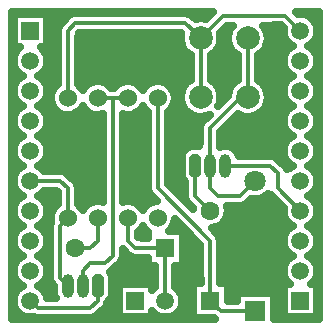
<source format=gbr>
G04 DipTrace 2.4.0.2*
%INTop.gbr*%
%MOIN*%
%ADD13C,0.013*%
%ADD14C,0.025*%
%ADD15R,0.0591X0.0591*%
%ADD16C,0.0591*%
%ADD17C,0.063*%
%ADD18R,0.063X0.063*%
%ADD19R,0.0709X0.0709*%
%ADD20C,0.0709*%
%ADD22C,0.079*%
%ADD23O,0.0394X0.0787*%
%ADD24C,0.06*%
%ADD25C,0.06*%
%FSLAX44Y44*%
G04*
G70*
G90*
G75*
G01*
%LNTop*%
%LPD*%
X9440Y4940D2*
D13*
Y6690D1*
X8190Y7690D2*
Y6940D1*
X8440Y6690D1*
X9440D1*
X6190Y7690D2*
X5940Y7440D1*
Y5690D1*
X6190Y5440D1*
Y7690D2*
Y8690D1*
X5940Y8940D1*
X4940D1*
X7190Y5440D2*
Y4940D1*
X6940Y4690D1*
X5190D1*
X4940Y4940D1*
X10940Y7940D2*
X10440Y8440D1*
Y9440D1*
X11440D2*
X12940D1*
X13190Y9190D1*
Y8690D1*
X13940Y7940D1*
Y13940D2*
X13440Y14440D1*
X11367D1*
X10613Y13686D1*
X10615Y11721D2*
Y13683D1*
X10613Y13686D1*
X6190Y11690D2*
Y13940D1*
X6440Y14190D1*
X10108D1*
X10613Y13686D1*
X12190Y11721D2*
X11971D1*
X10940Y10690D1*
Y9440D1*
X12440Y8940D2*
X11940Y8440D1*
X11190D1*
X10940Y8690D1*
Y9440D1*
X12190Y13690D2*
Y11721D1*
X12440Y4590D2*
X11290D1*
X10940Y4940D1*
Y6940D1*
X9190Y8690D1*
Y11690D1*
X8190D2*
X7690D1*
X7190D1*
X6690Y5440D2*
Y5940D1*
X6940Y6190D1*
X7440D1*
X7690Y6440D1*
Y11690D1*
X6440Y6690D2*
X6940D1*
X7190Y6940D1*
Y7690D1*
X5526Y14316D2*
D14*
X6073D1*
X14381D2*
X14540D1*
X5526Y14068D2*
X5862D1*
X11486D2*
X11626D1*
X12756D2*
X13319D1*
X5526Y13819D2*
X5835D1*
X6561D2*
X9940D1*
X11283D2*
X11519D1*
X12861D2*
X13366D1*
X5526Y13570D2*
X5835D1*
X6545D2*
X9936D1*
X11287D2*
X11515D1*
X12865D2*
X13495D1*
X14385D2*
X14540D1*
X4340Y13322D2*
X4507D1*
X5373D2*
X5835D1*
X6545D2*
X10038D1*
X11190D2*
X11616D1*
X12764D2*
X13507D1*
X14373D2*
X14540D1*
X5510Y13073D2*
X5835D1*
X6545D2*
X10261D1*
X10971D2*
X11835D1*
X12545D2*
X13370D1*
X5514Y12824D2*
X5835D1*
X6545D2*
X10261D1*
X10971D2*
X11835D1*
X12545D2*
X13366D1*
X4340Y12575D2*
X4491D1*
X5389D2*
X5835D1*
X6545D2*
X10261D1*
X10971D2*
X11835D1*
X12545D2*
X13491D1*
X14389D2*
X14540D1*
X4340Y12327D2*
X4511D1*
X5369D2*
X5835D1*
X6545D2*
X10261D1*
X10971D2*
X11835D1*
X12545D2*
X13511D1*
X14369D2*
X14540D1*
X5506Y12078D2*
X5753D1*
X6627D2*
X6753D1*
X7627D2*
X7753D1*
X8627D2*
X8753D1*
X9627D2*
X10034D1*
X11194D2*
X11608D1*
X12772D2*
X13374D1*
X5514Y11829D2*
X5618D1*
X9764D2*
X9940D1*
X11291D2*
X11515D1*
X12865D2*
X13366D1*
X4340Y11581D2*
X4483D1*
X5397D2*
X5612D1*
X9768D2*
X9944D1*
X12861D2*
X13483D1*
X14397D2*
X14540D1*
X4340Y11332D2*
X4515D1*
X5365D2*
X5729D1*
X6651D2*
X6728D1*
X8651D2*
X8728D1*
X9651D2*
X10058D1*
X12748D2*
X13515D1*
X14365D2*
X14540D1*
X5506Y11083D2*
X7335D1*
X8045D2*
X8835D1*
X9545D2*
X10421D1*
X11826D2*
X11995D1*
X12385D2*
X13374D1*
X5514Y10835D2*
X7335D1*
X8045D2*
X8835D1*
X9545D2*
X10620D1*
X11576D2*
X13366D1*
X4340Y10586D2*
X4479D1*
X5401D2*
X7335D1*
X8045D2*
X8835D1*
X9545D2*
X10585D1*
X11326D2*
X13479D1*
X14401D2*
X14540D1*
X4340Y10337D2*
X4519D1*
X5361D2*
X7335D1*
X8045D2*
X8835D1*
X9545D2*
X10585D1*
X11295D2*
X13519D1*
X14361D2*
X14540D1*
X5506Y10089D2*
X7335D1*
X8045D2*
X8835D1*
X9545D2*
X10245D1*
X11559D2*
X13374D1*
X5518Y9840D2*
X7335D1*
X8045D2*
X8835D1*
X9545D2*
X9976D1*
X11881D2*
X13362D1*
X4340Y9591D2*
X4476D1*
X5404D2*
X7335D1*
X8045D2*
X8835D1*
X9545D2*
X9952D1*
X13279D2*
X13476D1*
X14404D2*
X14540D1*
X4340Y9343D2*
X4526D1*
X5354D2*
X7335D1*
X8045D2*
X8835D1*
X9545D2*
X9952D1*
X14354D2*
X14540D1*
X6279Y9094D2*
X7335D1*
X8045D2*
X8835D1*
X9545D2*
X9960D1*
X6506Y8845D2*
X7335D1*
X8045D2*
X8835D1*
X9545D2*
X10085D1*
X4340Y8596D2*
X4472D1*
X5408D2*
X5792D1*
X6545D2*
X7335D1*
X8045D2*
X8851D1*
X9776D2*
X10085D1*
X14408D2*
X14540D1*
X4340Y8348D2*
X4530D1*
X5350D2*
X5835D1*
X6545D2*
X7335D1*
X8045D2*
X9042D1*
X12647D2*
X13042D1*
X14350D2*
X14540D1*
X5502Y8099D2*
X5776D1*
X6604D2*
X6779D1*
X8604D2*
X8779D1*
X11522D2*
X13288D1*
X5518Y7850D2*
X5625D1*
X11537D2*
X13362D1*
X4340Y7602D2*
X4468D1*
X5412D2*
X5608D1*
X11436D2*
X13468D1*
X14412D2*
X14540D1*
X4340Y7353D2*
X4538D1*
X5342D2*
X5585D1*
X9670D2*
X10034D1*
X11018D2*
X13538D1*
X14342D2*
X14540D1*
X5502Y7104D2*
X5588D1*
X8545D2*
X8835D1*
X10045D2*
X10284D1*
X11252D2*
X13378D1*
X10045Y6856D2*
X10534D1*
X11295D2*
X13362D1*
X4340Y6607D2*
X4464D1*
X5416D2*
X5585D1*
X10045D2*
X10585D1*
X11295D2*
X13464D1*
X14416D2*
X14540D1*
X4340Y6358D2*
X4542D1*
X5338D2*
X5585D1*
X8033D2*
X8835D1*
X10045D2*
X10585D1*
X11295D2*
X13542D1*
X14338D2*
X14540D1*
X5498Y6110D2*
X5587D1*
X7850D2*
X9085D1*
X9795D2*
X10585D1*
X11295D2*
X13382D1*
X7647Y5861D2*
X9085D1*
X9795D2*
X10585D1*
X11295D2*
X13362D1*
X4340Y5612D2*
X4460D1*
X5420D2*
X5593D1*
X7678D2*
X9085D1*
X9795D2*
X10585D1*
X11295D2*
X13460D1*
X14420D2*
X14540D1*
X4340Y5364D2*
X4550D1*
X5330D2*
X5702D1*
X7678D2*
X7854D1*
X9830D2*
X10335D1*
X11545D2*
X13354D1*
X5498Y5115D2*
X5722D1*
X7674D2*
X7854D1*
X9998D2*
X10335D1*
X11545D2*
X11796D1*
X13084D2*
X13354D1*
X7537Y4866D2*
X7854D1*
X10022D2*
X10335D1*
X13084D2*
X13354D1*
X4340Y4617D2*
X4456D1*
X7358D2*
X7854D1*
X9924D2*
X10335D1*
X13084D2*
X13354D1*
X4340Y4369D2*
X5089D1*
X7041D2*
X10335D1*
X13084D2*
X14540D1*
X8005Y5500D2*
X9000D1*
Y5285D1*
X9110Y5389D1*
Y6108D1*
X8860Y6110D1*
Y6364D1*
X8440Y6360D1*
X8318Y6383D1*
X8207Y6457D1*
X8018Y6645D1*
X8020Y6440D1*
X7997Y6318D1*
X7923Y6207D1*
X7670Y5955D1*
X7592Y5898D1*
X7627Y5847D1*
X7652Y5735D1*
Y5145D1*
X7626Y5031D1*
X7574Y4957D1*
X7519Y4902D1*
X7506Y4844D1*
X7448Y4734D1*
X7173Y4457D1*
X7070Y4387D1*
X6940Y4360D1*
X5190D1*
X5065Y4386D1*
X5090Y4376D1*
X5065Y4315D1*
X11108D1*
X11061Y4353D1*
X10895Y4360D1*
X10360D1*
Y5520D1*
X10614D1*
X10610Y5940D1*
Y6803D1*
X9754Y7660D1*
X9741Y7566D1*
X9701Y7448D1*
X9635Y7342D1*
X9567Y7272D1*
X10020Y7270D1*
Y6110D1*
X9766D1*
X9770Y5690D1*
X9776Y5389D1*
X9867Y5303D1*
X9936Y5200D1*
X9982Y5084D1*
X10000Y4940D1*
X9986Y4816D1*
X9945Y4698D1*
X9879Y4592D1*
X9792Y4504D1*
X9686Y4437D1*
X9569Y4395D1*
X9445Y4380D1*
X9321Y4393D1*
X9203Y4432D1*
X9096Y4497D1*
X9001Y4594D1*
X9000Y4380D1*
X7880D1*
Y5500D1*
X8005D1*
X11507Y7816D2*
X11467Y7698D1*
X11403Y7591D1*
X11317Y7500D1*
X11215Y7429D1*
X11099Y7382D1*
X10988Y7363D1*
X11173Y7173D1*
X11243Y7070D1*
X11270Y6940D1*
Y5522D1*
X11520Y5520D1*
Y4922D1*
X11818Y4920D1*
X11821Y5209D1*
X13059D1*
X13065Y4315D1*
X14565D1*
Y14565D1*
X13780D1*
X13853Y14494D1*
X13925Y14500D1*
X14049Y14490D1*
X14168Y14452D1*
X14276Y14389D1*
X14367Y14303D1*
X14436Y14200D1*
X14482Y14084D1*
X14500Y13940D1*
X14486Y13816D1*
X14445Y13698D1*
X14379Y13592D1*
X14292Y13504D1*
X14190Y13439D1*
X14276Y13389D1*
X14367Y13303D1*
X14436Y13200D1*
X14482Y13084D1*
X14500Y12940D1*
X14486Y12816D1*
X14445Y12698D1*
X14379Y12592D1*
X14292Y12504D1*
X14190Y12439D1*
X14276Y12389D1*
X14367Y12303D1*
X14436Y12200D1*
X14482Y12084D1*
X14500Y11940D1*
X14486Y11816D1*
X14445Y11698D1*
X14379Y11592D1*
X14292Y11504D1*
X14190Y11439D1*
X14276Y11389D1*
X14367Y11303D1*
X14436Y11200D1*
X14482Y11084D1*
X14500Y10940D1*
X14486Y10816D1*
X14445Y10698D1*
X14379Y10592D1*
X14292Y10504D1*
X14190Y10439D1*
X14276Y10389D1*
X14367Y10303D1*
X14436Y10200D1*
X14482Y10084D1*
X14500Y9940D1*
X14486Y9816D1*
X14445Y9698D1*
X14379Y9592D1*
X14292Y9504D1*
X14190Y9439D1*
X14276Y9389D1*
X14367Y9303D1*
X14436Y9200D1*
X14482Y9084D1*
X14500Y8940D1*
X14486Y8816D1*
X14445Y8698D1*
X14379Y8592D1*
X14292Y8504D1*
X14190Y8439D1*
X14276Y8389D1*
X14367Y8303D1*
X14436Y8200D1*
X14482Y8084D1*
X14500Y7940D1*
X14486Y7816D1*
X14445Y7698D1*
X14379Y7592D1*
X14292Y7504D1*
X14190Y7439D1*
X14276Y7389D1*
X14367Y7303D1*
X14436Y7200D1*
X14482Y7084D1*
X14500Y6940D1*
X14486Y6816D1*
X14445Y6698D1*
X14379Y6592D1*
X14292Y6504D1*
X14190Y6439D1*
X14276Y6389D1*
X14367Y6303D1*
X14436Y6200D1*
X14482Y6084D1*
X14500Y5940D1*
X14486Y5816D1*
X14445Y5698D1*
X14379Y5592D1*
X14288Y5502D1*
X14500Y5500D1*
Y4380D1*
X13380D1*
Y5500D1*
X13595D1*
X13507Y5584D1*
X13439Y5689D1*
X13396Y5806D1*
X13380Y5930D1*
X13391Y6054D1*
X13430Y6173D1*
X13494Y6280D1*
X13581Y6370D1*
X13688Y6440D1*
X13596Y6497D1*
X13507Y6584D1*
X13439Y6689D1*
X13396Y6806D1*
X13380Y6930D1*
X13391Y7054D1*
X13430Y7173D1*
X13494Y7280D1*
X13581Y7370D1*
X13688Y7440D1*
X13596Y7497D1*
X13507Y7584D1*
X13439Y7689D1*
X13396Y7806D1*
X13380Y7930D1*
X13389Y8027D1*
X12955Y8460D1*
X12868Y8493D1*
X12770Y8416D1*
X12658Y8360D1*
X12537Y8328D1*
X12413Y8321D1*
X12301Y8338D1*
X12173Y8207D1*
X12070Y8137D1*
X11940Y8110D1*
X11491D1*
X11520Y7959D1*
X11507Y7816D1*
X10363Y7981D2*
X10372Y8043D1*
X10207Y8207D1*
X10137Y8310D1*
X10110Y8440D1*
Y8905D1*
X10056Y8957D1*
X10003Y9033D1*
X9978Y9145D1*
Y9735D1*
X10004Y9849D1*
X10056Y9923D1*
X10154Y10021D1*
X10230Y10074D1*
X10342Y10099D1*
X10566Y10097D1*
X10610Y10190D1*
Y10690D1*
X10633Y10812D1*
X10707Y10923D1*
X10919Y11136D1*
X10775Y11081D1*
X10652Y11063D1*
X10527Y11067D1*
X10406Y11096D1*
X10292Y11146D1*
X10189Y11218D1*
X10102Y11307D1*
X10033Y11411D1*
X9985Y11526D1*
X9959Y11648D1*
X9957Y11773D1*
X9979Y11896D1*
X10023Y12013D1*
X10088Y12119D1*
X10173Y12211D1*
X10283Y12291D1*
X10285Y13116D1*
X10186Y13182D1*
X10099Y13271D1*
X10030Y13375D1*
X9982Y13490D1*
X9957Y13612D1*
X9955Y13737D1*
X9975Y13856D1*
X9108Y13860D1*
X6573D1*
X6520Y13690D1*
Y12147D1*
X6603Y12076D1*
X6688Y11951D1*
X6730Y12018D1*
X6813Y12111D1*
X6915Y12183D1*
X7030Y12232D1*
X7153Y12254D1*
X7277Y12248D1*
X7398Y12216D1*
X7508Y12157D1*
X7603Y12076D1*
X7642Y12023D1*
X7733Y12020D1*
X7813Y12111D1*
X7915Y12183D1*
X8030Y12232D1*
X8153Y12254D1*
X8277Y12248D1*
X8398Y12216D1*
X8508Y12157D1*
X8603Y12076D1*
X8688Y11951D1*
X8730Y12018D1*
X8813Y12111D1*
X8915Y12183D1*
X9030Y12232D1*
X9153Y12254D1*
X9277Y12248D1*
X9398Y12216D1*
X9508Y12157D1*
X9603Y12076D1*
X9677Y11976D1*
X9728Y11862D1*
X9755Y11690D1*
X9741Y11566D1*
X9701Y11448D1*
X9635Y11342D1*
X9518Y11234D1*
X9520Y8827D1*
X10360Y7987D1*
X12838Y13566D2*
X12803Y13446D1*
X12746Y13335D1*
X12669Y13236D1*
X12576Y13154D1*
X12518Y13121D1*
X12520Y12295D1*
X12654Y12191D1*
X12734Y12095D1*
X12795Y11986D1*
X12834Y11867D1*
X12850Y11721D1*
X12838Y11597D1*
X12803Y11477D1*
X12746Y11366D1*
X12669Y11268D1*
X12576Y11186D1*
X12468Y11123D1*
X12350Y11081D1*
X12227Y11063D1*
X12102Y11067D1*
X11980Y11096D1*
X11863Y11149D1*
X11268Y10552D1*
X11270Y10069D1*
X11389Y10096D1*
X11513Y10093D1*
X11633Y10057D1*
X11738Y9990D1*
X11821Y9897D1*
X11881Y9767D1*
X12690Y9770D1*
X12940D1*
X13062Y9747D1*
X13173Y9673D1*
X13423Y9423D1*
X13494Y9317D1*
X13482Y9342D1*
X13581Y9370D1*
X13688Y9440D1*
X13596Y9497D1*
X13507Y9584D1*
X13439Y9689D1*
X13396Y9806D1*
X13380Y9930D1*
X13391Y10054D1*
X13430Y10173D1*
X13494Y10280D1*
X13581Y10370D1*
X13688Y10440D1*
X13596Y10497D1*
X13507Y10584D1*
X13439Y10689D1*
X13396Y10806D1*
X13380Y10930D1*
X13391Y11054D1*
X13430Y11173D1*
X13494Y11280D1*
X13581Y11370D1*
X13688Y11440D1*
X13596Y11497D1*
X13507Y11584D1*
X13439Y11689D1*
X13396Y11806D1*
X13380Y11930D1*
X13391Y12054D1*
X13430Y12173D1*
X13494Y12280D1*
X13581Y12370D1*
X13688Y12440D1*
X13596Y12497D1*
X13507Y12584D1*
X13439Y12689D1*
X13396Y12806D1*
X13380Y12930D1*
X13391Y13054D1*
X13430Y13173D1*
X13494Y13280D1*
X13581Y13370D1*
X13688Y13440D1*
X13596Y13497D1*
X13507Y13584D1*
X13439Y13689D1*
X13396Y13806D1*
X13380Y13930D1*
X13389Y14027D1*
X13301Y14113D1*
X12702Y14110D1*
X12795Y13954D1*
X12834Y13836D1*
X12850Y13690D1*
X12838Y13566D1*
X11863Y13117D2*
X11764Y13186D1*
X11677Y13275D1*
X11608Y13379D1*
X11560Y13495D1*
X11534Y13617D1*
X11532Y13741D1*
X11553Y13864D1*
X11598Y13981D1*
X11682Y14108D1*
X11506Y14110D1*
X11249Y13856D1*
X11273Y13686D1*
X11261Y13561D1*
X11226Y13442D1*
X11169Y13331D1*
X11092Y13232D1*
X10998Y13150D1*
X10948Y13121D1*
X10945Y12296D1*
X11079Y12191D1*
X11159Y12095D1*
X11220Y11986D1*
X11259Y11867D1*
X11275Y11721D1*
X11263Y11597D1*
X11228Y11477D1*
X11195Y11411D1*
X11533Y11749D1*
X11553Y11896D1*
X11598Y12013D1*
X11663Y12119D1*
X11747Y12211D1*
X11858Y12291D1*
X11860Y13116D1*
X8862Y7231D2*
X8761Y7323D1*
X8689Y7429D1*
X8635Y7342D1*
X8518Y7234D1*
X8520Y7077D1*
X8690Y7020D1*
X8858D1*
X8860Y7231D1*
X8690Y7947D2*
X8730Y8018D1*
X8813Y8111D1*
X8915Y8183D1*
X9030Y8232D1*
X9156Y8254D1*
X8957Y8457D1*
X8887Y8560D1*
X8860Y8690D1*
Y11233D1*
X8761Y11323D1*
X8689Y11429D1*
X8635Y11342D1*
X8548Y11253D1*
X8443Y11185D1*
X8326Y11142D1*
X8202Y11125D1*
X8078Y11136D1*
X8023Y11154D1*
X8020Y9565D1*
Y8225D1*
X8153Y8254D1*
X8277Y8248D1*
X8398Y8216D1*
X8508Y8157D1*
X8603Y8076D1*
X8688Y7951D1*
X5790Y5019D2*
X5771Y5048D1*
X5734Y5168D1*
X5728Y5243D1*
Y5435D1*
X5637Y5560D1*
X5610Y5690D1*
Y7440D1*
X5636Y7565D1*
X5626Y7540D1*
X5634Y7789D1*
X5669Y7909D1*
X5730Y8018D1*
X5813Y8111D1*
X5861Y8145D1*
X5860Y8553D1*
X5690Y8610D1*
X5389D1*
X5292Y8504D1*
X5190Y8439D1*
X5276Y8389D1*
X5367Y8303D1*
X5436Y8200D1*
X5482Y8084D1*
X5500Y7940D1*
X5486Y7816D1*
X5445Y7698D1*
X5379Y7592D1*
X5292Y7504D1*
X5190Y7439D1*
X5276Y7389D1*
X5367Y7303D1*
X5436Y7200D1*
X5482Y7084D1*
X5500Y6940D1*
X5486Y6816D1*
X5445Y6698D1*
X5379Y6592D1*
X5292Y6504D1*
X5190Y6439D1*
X5276Y6389D1*
X5367Y6303D1*
X5436Y6200D1*
X5482Y6084D1*
X5500Y5940D1*
X5486Y5816D1*
X5445Y5698D1*
X5379Y5592D1*
X5292Y5504D1*
X5190Y5439D1*
X5276Y5389D1*
X5367Y5303D1*
X5436Y5200D1*
X5482Y5084D1*
X5491Y5018D1*
X5788Y5020D1*
X4686Y5443D2*
X4596Y5497D1*
X4507Y5584D1*
X4439Y5689D1*
X4396Y5806D1*
X4380Y5930D1*
X4391Y6054D1*
X4430Y6173D1*
X4494Y6280D1*
X4581Y6370D1*
X4686Y6443D1*
X4596Y6497D1*
X4507Y6584D1*
X4439Y6689D1*
X4396Y6806D1*
X4380Y6930D1*
X4391Y7054D1*
X4430Y7173D1*
X4494Y7280D1*
X4581Y7370D1*
X4686Y7443D1*
X4596Y7497D1*
X4507Y7584D1*
X4439Y7689D1*
X4396Y7806D1*
X4380Y7930D1*
X4391Y8054D1*
X4430Y8173D1*
X4494Y8280D1*
X4581Y8370D1*
X4686Y8443D1*
X4596Y8497D1*
X4507Y8584D1*
X4439Y8689D1*
X4396Y8806D1*
X4380Y8930D1*
X4391Y9054D1*
X4430Y9173D1*
X4494Y9280D1*
X4581Y9370D1*
X4686Y9443D1*
X4596Y9497D1*
X4507Y9584D1*
X4439Y9689D1*
X4396Y9806D1*
X4380Y9930D1*
X4391Y10054D1*
X4430Y10173D1*
X4494Y10280D1*
X4581Y10370D1*
X4686Y10443D1*
X4596Y10497D1*
X4507Y10584D1*
X4439Y10689D1*
X4396Y10806D1*
X4380Y10930D1*
X4391Y11054D1*
X4430Y11173D1*
X4494Y11280D1*
X4581Y11370D1*
X4686Y11443D1*
X4596Y11497D1*
X4507Y11584D1*
X4439Y11689D1*
X4396Y11806D1*
X4380Y11930D1*
X4391Y12054D1*
X4430Y12173D1*
X4494Y12280D1*
X4581Y12370D1*
X4686Y12443D1*
X4596Y12497D1*
X4507Y12584D1*
X4439Y12689D1*
X4396Y12806D1*
X4380Y12930D1*
X4391Y13054D1*
X4430Y13173D1*
X4494Y13280D1*
X4597Y13381D1*
X4380Y13380D1*
Y14500D1*
X5500D1*
Y13380D1*
X5285D1*
X5367Y13303D1*
X5436Y13200D1*
X5482Y13084D1*
X5500Y12940D1*
X5486Y12816D1*
X5445Y12698D1*
X5379Y12592D1*
X5292Y12504D1*
X5190Y12439D1*
X5276Y12389D1*
X5367Y12303D1*
X5436Y12200D1*
X5482Y12084D1*
X5500Y11940D1*
X5486Y11816D1*
X5445Y11698D1*
X5379Y11592D1*
X5292Y11504D1*
X5190Y11439D1*
X5276Y11389D1*
X5367Y11303D1*
X5436Y11200D1*
X5482Y11084D1*
X5500Y10940D1*
X5486Y10816D1*
X5445Y10698D1*
X5379Y10592D1*
X5292Y10504D1*
X5190Y10439D1*
X5276Y10389D1*
X5367Y10303D1*
X5436Y10200D1*
X5482Y10084D1*
X5500Y9940D1*
X5486Y9816D1*
X5445Y9698D1*
X5379Y9592D1*
X5292Y9504D1*
X5190Y9439D1*
X5276Y9389D1*
X5367Y9303D1*
X5391Y9268D1*
X5940Y9270D1*
X6062Y9247D1*
X6173Y9173D1*
X6423Y8923D1*
X6493Y8820D1*
X6520Y8690D1*
X6523Y8144D1*
X6603Y8076D1*
X6690Y7947D1*
X6730Y8018D1*
X6813Y8111D1*
X6915Y8183D1*
X7030Y8232D1*
X7153Y8254D1*
X7277Y8248D1*
X7364Y8225D1*
X7360Y8940D1*
X7359Y11154D1*
X7202Y11125D1*
X7078Y11136D1*
X6959Y11174D1*
X6852Y11237D1*
X6761Y11323D1*
X6689Y11429D1*
X6635Y11342D1*
X6548Y11253D1*
X6443Y11185D1*
X6326Y11142D1*
X6202Y11125D1*
X6078Y11136D1*
X5959Y11174D1*
X5852Y11237D1*
X5761Y11323D1*
X5691Y11426D1*
X5645Y11542D1*
X5626Y11665D1*
X5634Y11789D1*
X5669Y11909D1*
X5730Y12018D1*
X5813Y12111D1*
X5861Y12145D1*
X5860Y13940D1*
X5883Y14062D1*
X5957Y14173D1*
X6207Y14423D1*
X6310Y14493D1*
X6440Y14520D1*
X10108D1*
X10230Y14497D1*
X10342Y14423D1*
X10446Y14321D1*
X10503Y14337D1*
X10627Y14346D1*
X10785Y14320D1*
X11023Y14563D1*
X9065Y14565D1*
X4315D1*
Y4315D1*
X5065D1*
X5050Y4392D1*
X4945Y4380D1*
X4821Y4393D1*
X4703Y4432D1*
X4596Y4497D1*
X4507Y4584D1*
X4439Y4689D1*
X4396Y4806D1*
X4380Y4930D1*
X4391Y5054D1*
X4430Y5173D1*
X4494Y5280D1*
X4581Y5370D1*
X4688Y5440D1*
D15*
X8440Y4940D3*
D16*
X9440D3*
D17*
X10940Y7940D3*
D18*
Y4940D3*
D19*
X12440Y4590D3*
D20*
Y8940D3*
D22*
X12190Y13690D3*
Y11721D3*
X10615D3*
X10613Y13686D3*
G36*
X10243Y9145D2*
X10342Y9046D1*
X10538D1*
X10637Y9145D1*
Y9735D1*
X10538Y9834D1*
X10342D1*
X10243Y9735D1*
Y9145D1*
G37*
D23*
X10940Y9440D3*
X11440D3*
D24*
X9190Y7690D3*
D25*
Y11690D3*
D17*
X6440Y6690D3*
D18*
X9440D3*
G36*
X7387Y5735D2*
X7288Y5834D1*
X7092D1*
X6993Y5735D1*
Y5145D1*
X7092Y5046D1*
X7288D1*
X7387Y5145D1*
Y5735D1*
G37*
D23*
X6690Y5440D3*
X6190D3*
D24*
X8190Y7690D3*
D25*
Y11690D3*
D24*
X7190D3*
D25*
Y7690D3*
D24*
X6190Y11690D3*
D25*
Y7690D3*
D15*
X4940Y13940D3*
D16*
Y12940D3*
Y11940D3*
Y10940D3*
Y9940D3*
Y8940D3*
Y7940D3*
Y6940D3*
Y5940D3*
Y4940D3*
D15*
X13940D3*
D16*
Y5940D3*
Y6940D3*
Y7940D3*
Y8940D3*
Y9940D3*
Y10940D3*
Y11940D3*
Y12940D3*
Y13940D3*
M02*

</source>
